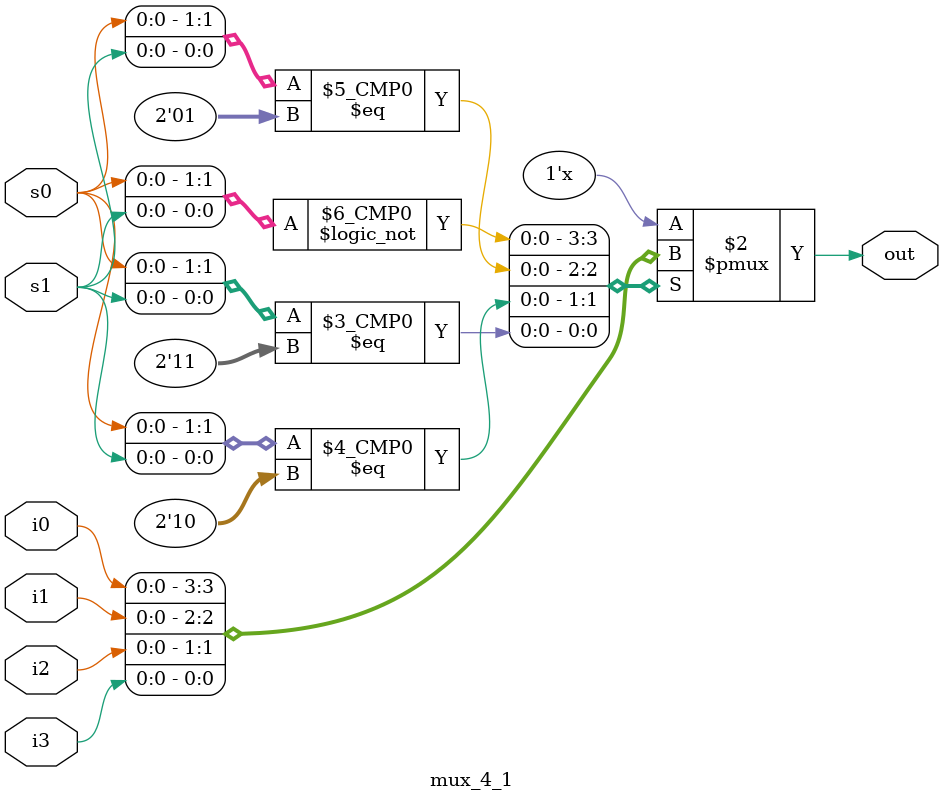
<source format=v>
/*************************************************************
Design Name 	: 4x1 MUX
File Name   	: mux_4_1.v
Function    	: 4x1 MUX
Programer     	: Mohammad Abdul Moin Oninda
Last Modified	: 26-07-2019
*************************************************************/
module mux_4_1(out, s0, s1, i0, i1, i2, i3);

//Port Declaration
//Output
output reg out;

//Input
input s0;
input s1;
input i0;
input i1;
input i2;
input i3;

always @(*)
	begin
		case({s0, s1})
			2'b00:
				begin
					out <= i0;
				end
			2'b01:
				begin
					out <= i1;
				end
			2'b10:
				begin
					out <= i2;
				end
			2'b11:
				begin
					out <= i3;
				end
			default:
				begin
					 $display("Error in select bit"); 
				end
		endcase 
	end 
endmodule 
</source>
